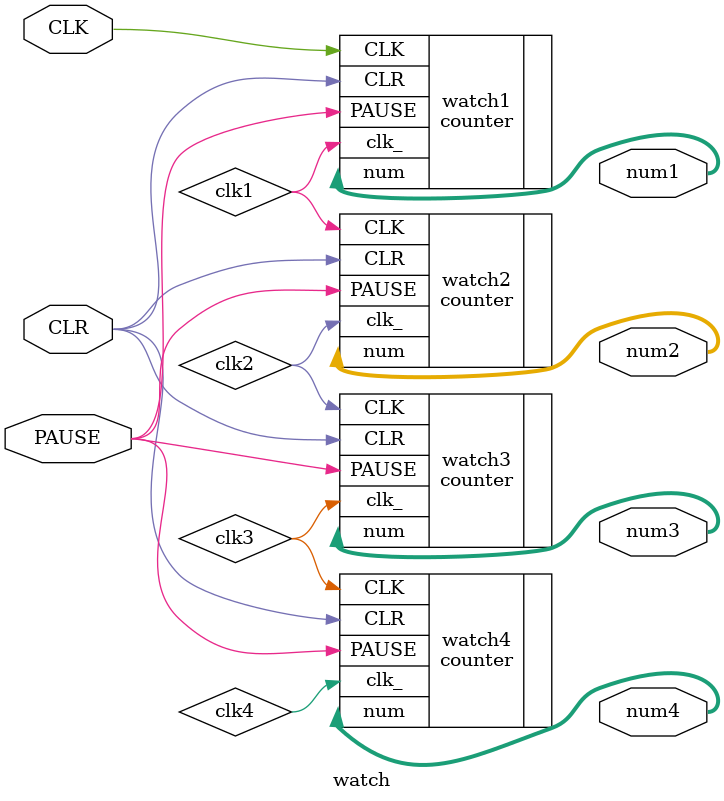
<source format=v>
`timescale 1ns / 1ps
module watch(
	 input CLK,
    input CLR,
    input PAUSE,
	 output [3:0]num1,
	 output [3:0]num2,
	 output [3:0]num3,
	 output [3:0]num4
    );

wire clk1;
wire clk2;
wire clk3;
wire clk4;

counter watch1 (
	.CLK(CLK),
   .CLR(CLR),
   .PAUSE(PAUSE),
   .num(num1),
	.clk_(clk1)
	);

counter watch2 (
	.CLK(clk1),
   .CLR(CLR),
   .PAUSE(PAUSE),
   .num(num2),
	.clk_(clk2)
	);

counter watch3 (
	.CLK(clk2),
   .CLR(CLR),
   .PAUSE(PAUSE),
   .num(num3),
	.clk_(clk3)
	);

counter watch4 (
	.CLK(clk3),
   .CLR(CLR),
   .PAUSE(PAUSE),
   .num(num4),
	.clk_(clk4)
	);

endmodule

</source>
